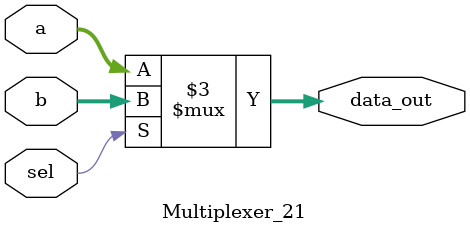
<source format=v>
`timescale 1ns / 1ps

module Multiplexer_21(
    input [63:0] a,
    input [63:0] b,
    input sel,
    output reg [63:0] data_out
    );
    
    always @(*)
    begin
    case (sel)
        0: data_out = a;
        default: data_out = b;
    endcase
   end
endmodule

</source>
